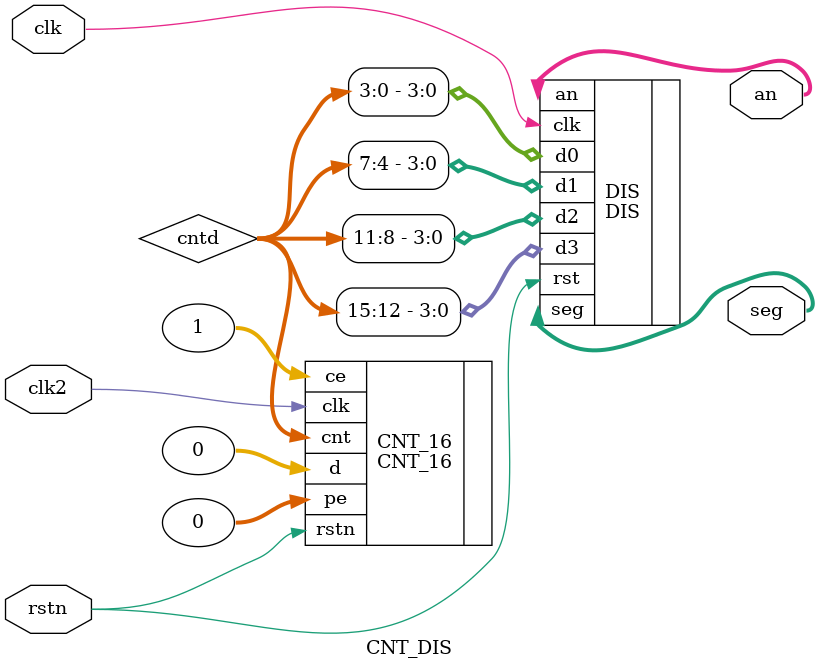
<source format=v>
`timescale 1ns / 1ps


module CNT_DIS(input clk,
               clk2,
               rstn,
               output[3:0]an,
               output[6:0]seg);
    wire [15:0] cntd;
    CNT_16 CNT_16(.clk(clk2),
    .rstn(rstn),
    .ce(1),
    .pe(0),
    .d(0),
    .cnt(cntd));
    DIS DIS(.d0(cntd[3:0]),
    .d1(cntd[7:4]),
    .d2(cntd[11:8]),
    .d3(cntd[15:12]),
    .rst(rstn),
    .clk(clk),
    .an(an),
    .seg(seg));
endmodule

</source>
